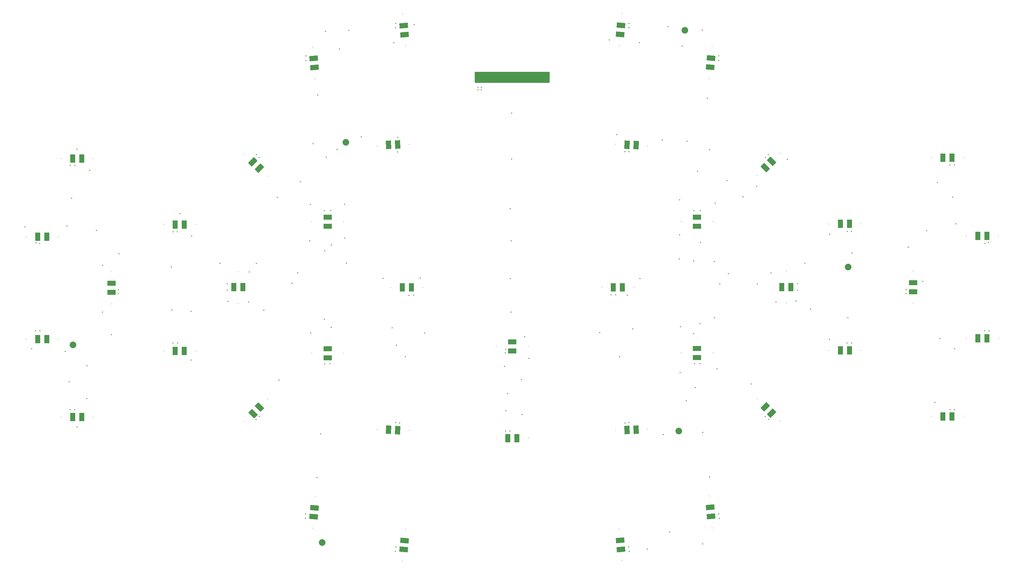
<source format=gbs>
%FSLAX25Y25*%
%MOIN*%
G70*
G01*
G75*
G04 Layer_Color=16711935*
%ADD10C,0.02000*%
%ADD11C,0.00800*%
%ADD12C,0.01200*%
%ADD13C,0.02000*%
G04:AMPARAMS|DCode=14|XSize=82.99mil|YSize=122.36mil|CornerRadius=12.45mil|HoleSize=0mil|Usage=FLASHONLY|Rotation=180.000|XOffset=0mil|YOffset=0mil|HoleType=Round|Shape=RoundedRectangle|*
%AMROUNDEDRECTD14*
21,1,0.08299,0.09746,0,0,180.0*
21,1,0.05809,0.12236,0,0,180.0*
1,1,0.02490,-0.02905,0.04873*
1,1,0.02490,0.02905,0.04873*
1,1,0.02490,0.02905,-0.04873*
1,1,0.02490,-0.02905,-0.04873*
%
%ADD14ROUNDEDRECTD14*%
%ADD15C,0.04000*%
%ADD16R,0.01378X0.13780*%
G04:AMPARAMS|DCode=17|XSize=82.99mil|YSize=122.36mil|CornerRadius=12.45mil|HoleSize=0mil|Usage=FLASHONLY|Rotation=357.760|XOffset=0mil|YOffset=0mil|HoleType=Round|Shape=RoundedRectangle|*
%AMROUNDEDRECTD17*
21,1,0.08299,0.09746,0,0,357.8*
21,1,0.05809,0.12236,0,0,357.8*
1,1,0.02490,0.02712,-0.04983*
1,1,0.02490,-0.03093,-0.04756*
1,1,0.02490,-0.02712,0.04983*
1,1,0.02490,0.03093,0.04756*
%
%ADD17ROUNDEDRECTD17*%
G04:AMPARAMS|DCode=18|XSize=82.99mil|YSize=122.36mil|CornerRadius=12.45mil|HoleSize=0mil|Usage=FLASHONLY|Rotation=264.990|XOffset=0mil|YOffset=0mil|HoleType=Round|Shape=RoundedRectangle|*
%AMROUNDEDRECTD18*
21,1,0.08299,0.09746,0,0,265.0*
21,1,0.05809,0.12236,0,0,265.0*
1,1,0.02490,-0.05108,-0.02468*
1,1,0.02490,-0.04601,0.03319*
1,1,0.02490,0.05108,0.02468*
1,1,0.02490,0.04601,-0.03319*
%
%ADD18ROUNDEDRECTD18*%
G04:AMPARAMS|DCode=19|XSize=82.99mil|YSize=122.36mil|CornerRadius=12.45mil|HoleSize=0mil|Usage=FLASHONLY|Rotation=270.000|XOffset=0mil|YOffset=0mil|HoleType=Round|Shape=RoundedRectangle|*
%AMROUNDEDRECTD19*
21,1,0.08299,0.09746,0,0,270.0*
21,1,0.05809,0.12236,0,0,270.0*
1,1,0.02490,-0.04873,-0.02905*
1,1,0.02490,-0.04873,0.02905*
1,1,0.02490,0.04873,0.02905*
1,1,0.02490,0.04873,-0.02905*
%
%ADD19ROUNDEDRECTD19*%
G04:AMPARAMS|DCode=20|XSize=82.99mil|YSize=122.36mil|CornerRadius=12.45mil|HoleSize=0mil|Usage=FLASHONLY|Rotation=265.050|XOffset=0mil|YOffset=0mil|HoleType=Round|Shape=RoundedRectangle|*
%AMROUNDEDRECTD20*
21,1,0.08299,0.09746,0,0,265.0*
21,1,0.05809,0.12236,0,0,265.0*
1,1,0.02490,-0.05106,-0.02473*
1,1,0.02490,-0.04604,0.03314*
1,1,0.02490,0.05106,0.02473*
1,1,0.02490,0.04604,-0.03314*
%
%ADD20ROUNDEDRECTD20*%
G04:AMPARAMS|DCode=21|XSize=82.99mil|YSize=122.36mil|CornerRadius=12.45mil|HoleSize=0mil|Usage=FLASHONLY|Rotation=223.860|XOffset=0mil|YOffset=0mil|HoleType=Round|Shape=RoundedRectangle|*
%AMROUNDEDRECTD21*
21,1,0.08299,0.09746,0,0,223.9*
21,1,0.05809,0.12236,0,0,223.9*
1,1,0.02490,-0.05471,0.01501*
1,1,0.02490,-0.01282,0.05526*
1,1,0.02490,0.05471,-0.01501*
1,1,0.02490,0.01282,-0.05526*
%
%ADD21ROUNDEDRECTD21*%
G04:AMPARAMS|DCode=22|XSize=82.99mil|YSize=122.36mil|CornerRadius=12.45mil|HoleSize=0mil|Usage=FLASHONLY|Rotation=136.140|XOffset=0mil|YOffset=0mil|HoleType=Round|Shape=RoundedRectangle|*
%AMROUNDEDRECTD22*
21,1,0.08299,0.09746,0,0,136.1*
21,1,0.05809,0.12236,0,0,136.1*
1,1,0.02490,0.01282,0.05526*
1,1,0.02490,0.05471,0.01501*
1,1,0.02490,-0.01282,-0.05526*
1,1,0.02490,-0.05471,-0.01501*
%
%ADD22ROUNDEDRECTD22*%
G04:AMPARAMS|DCode=23|XSize=82.99mil|YSize=122.36mil|CornerRadius=12.45mil|HoleSize=0mil|Usage=FLASHONLY|Rotation=94.950|XOffset=0mil|YOffset=0mil|HoleType=Round|Shape=RoundedRectangle|*
%AMROUNDEDRECTD23*
21,1,0.08299,0.09746,0,0,94.9*
21,1,0.05809,0.12236,0,0,94.9*
1,1,0.02490,0.04604,0.03314*
1,1,0.02490,0.05106,-0.02473*
1,1,0.02490,-0.04604,-0.03314*
1,1,0.02490,-0.05106,0.02473*
%
%ADD23ROUNDEDRECTD23*%
G04:AMPARAMS|DCode=24|XSize=82.99mil|YSize=122.36mil|CornerRadius=12.45mil|HoleSize=0mil|Usage=FLASHONLY|Rotation=95.010|XOffset=0mil|YOffset=0mil|HoleType=Round|Shape=RoundedRectangle|*
%AMROUNDEDRECTD24*
21,1,0.08299,0.09746,0,0,95.0*
21,1,0.05809,0.12236,0,0,95.0*
1,1,0.02490,0.04601,0.03319*
1,1,0.02490,0.05108,-0.02468*
1,1,0.02490,-0.04601,-0.03319*
1,1,0.02490,-0.05108,0.02468*
%
%ADD24ROUNDEDRECTD24*%
G04:AMPARAMS|DCode=25|XSize=82.99mil|YSize=122.36mil|CornerRadius=12.45mil|HoleSize=0mil|Usage=FLASHONLY|Rotation=2.240|XOffset=0mil|YOffset=0mil|HoleType=Round|Shape=RoundedRectangle|*
%AMROUNDEDRECTD25*
21,1,0.08299,0.09746,0,0,2.2*
21,1,0.05809,0.12236,0,0,2.2*
1,1,0.02490,0.03093,-0.04756*
1,1,0.02490,-0.02712,-0.04983*
1,1,0.02490,-0.03093,0.04756*
1,1,0.02490,0.02712,0.04983*
%
%ADD25ROUNDEDRECTD25*%
G04:AMPARAMS|DCode=26|XSize=82.99mil|YSize=122.36mil|CornerRadius=12.45mil|HoleSize=0mil|Usage=FLASHONLY|Rotation=46.140|XOffset=0mil|YOffset=0mil|HoleType=Round|Shape=RoundedRectangle|*
%AMROUNDEDRECTD26*
21,1,0.08299,0.09746,0,0,46.1*
21,1,0.05809,0.12236,0,0,46.1*
1,1,0.02490,0.05526,-0.01282*
1,1,0.02490,0.01501,-0.05471*
1,1,0.02490,-0.05526,0.01282*
1,1,0.02490,-0.01501,0.05471*
%
%ADD26ROUNDEDRECTD26*%
%ADD27C,0.01500*%
%ADD28C,0.01000*%
%ADD29C,0.00800*%
%ADD30C,0.01400*%
%ADD31R,0.90551X0.13780*%
G04:AMPARAMS|DCode=32|XSize=62.99mil|YSize=102.36mil|CornerRadius=2.45mil|HoleSize=0mil|Usage=FLASHONLY|Rotation=180.000|XOffset=0mil|YOffset=0mil|HoleType=Round|Shape=RoundedRectangle|*
%AMROUNDEDRECTD32*
21,1,0.06299,0.09746,0,0,180.0*
21,1,0.05809,0.10236,0,0,180.0*
1,1,0.00490,-0.02905,0.04873*
1,1,0.00490,0.02905,0.04873*
1,1,0.00490,0.02905,-0.04873*
1,1,0.00490,-0.02905,-0.04873*
%
%ADD32ROUNDEDRECTD32*%
%ADD33C,0.08000*%
G04:AMPARAMS|DCode=34|XSize=62.99mil|YSize=102.36mil|CornerRadius=2.45mil|HoleSize=0mil|Usage=FLASHONLY|Rotation=357.760|XOffset=0mil|YOffset=0mil|HoleType=Round|Shape=RoundedRectangle|*
%AMROUNDEDRECTD34*
21,1,0.06299,0.09746,0,0,357.8*
21,1,0.05809,0.10236,0,0,357.8*
1,1,0.00490,0.02712,-0.04983*
1,1,0.00490,-0.03093,-0.04756*
1,1,0.00490,-0.02712,0.04983*
1,1,0.00490,0.03093,0.04756*
%
%ADD34ROUNDEDRECTD34*%
G04:AMPARAMS|DCode=35|XSize=62.99mil|YSize=102.36mil|CornerRadius=2.45mil|HoleSize=0mil|Usage=FLASHONLY|Rotation=264.990|XOffset=0mil|YOffset=0mil|HoleType=Round|Shape=RoundedRectangle|*
%AMROUNDEDRECTD35*
21,1,0.06299,0.09746,0,0,265.0*
21,1,0.05809,0.10236,0,0,265.0*
1,1,0.00490,-0.05108,-0.02468*
1,1,0.00490,-0.04601,0.03319*
1,1,0.00490,0.05108,0.02468*
1,1,0.00490,0.04601,-0.03319*
%
%ADD35ROUNDEDRECTD35*%
G04:AMPARAMS|DCode=36|XSize=62.99mil|YSize=102.36mil|CornerRadius=2.45mil|HoleSize=0mil|Usage=FLASHONLY|Rotation=270.000|XOffset=0mil|YOffset=0mil|HoleType=Round|Shape=RoundedRectangle|*
%AMROUNDEDRECTD36*
21,1,0.06299,0.09746,0,0,270.0*
21,1,0.05809,0.10236,0,0,270.0*
1,1,0.00490,-0.04873,-0.02905*
1,1,0.00490,-0.04873,0.02905*
1,1,0.00490,0.04873,0.02905*
1,1,0.00490,0.04873,-0.02905*
%
%ADD36ROUNDEDRECTD36*%
G04:AMPARAMS|DCode=37|XSize=62.99mil|YSize=102.36mil|CornerRadius=2.45mil|HoleSize=0mil|Usage=FLASHONLY|Rotation=265.050|XOffset=0mil|YOffset=0mil|HoleType=Round|Shape=RoundedRectangle|*
%AMROUNDEDRECTD37*
21,1,0.06299,0.09746,0,0,265.0*
21,1,0.05809,0.10236,0,0,265.0*
1,1,0.00490,-0.05106,-0.02473*
1,1,0.00490,-0.04604,0.03314*
1,1,0.00490,0.05106,0.02473*
1,1,0.00490,0.04604,-0.03314*
%
%ADD37ROUNDEDRECTD37*%
G04:AMPARAMS|DCode=38|XSize=62.99mil|YSize=102.36mil|CornerRadius=2.45mil|HoleSize=0mil|Usage=FLASHONLY|Rotation=223.860|XOffset=0mil|YOffset=0mil|HoleType=Round|Shape=RoundedRectangle|*
%AMROUNDEDRECTD38*
21,1,0.06299,0.09746,0,0,223.9*
21,1,0.05809,0.10236,0,0,223.9*
1,1,0.00490,-0.05471,0.01501*
1,1,0.00490,-0.01282,0.05526*
1,1,0.00490,0.05471,-0.01501*
1,1,0.00490,0.01282,-0.05526*
%
%ADD38ROUNDEDRECTD38*%
G04:AMPARAMS|DCode=39|XSize=62.99mil|YSize=102.36mil|CornerRadius=2.45mil|HoleSize=0mil|Usage=FLASHONLY|Rotation=136.140|XOffset=0mil|YOffset=0mil|HoleType=Round|Shape=RoundedRectangle|*
%AMROUNDEDRECTD39*
21,1,0.06299,0.09746,0,0,136.1*
21,1,0.05809,0.10236,0,0,136.1*
1,1,0.00490,0.01282,0.05526*
1,1,0.00490,0.05471,0.01501*
1,1,0.00490,-0.01282,-0.05526*
1,1,0.00490,-0.05471,-0.01501*
%
%ADD39ROUNDEDRECTD39*%
G04:AMPARAMS|DCode=40|XSize=62.99mil|YSize=102.36mil|CornerRadius=2.45mil|HoleSize=0mil|Usage=FLASHONLY|Rotation=94.950|XOffset=0mil|YOffset=0mil|HoleType=Round|Shape=RoundedRectangle|*
%AMROUNDEDRECTD40*
21,1,0.06299,0.09746,0,0,94.9*
21,1,0.05809,0.10236,0,0,94.9*
1,1,0.00490,0.04604,0.03314*
1,1,0.00490,0.05106,-0.02473*
1,1,0.00490,-0.04604,-0.03314*
1,1,0.00490,-0.05106,0.02473*
%
%ADD40ROUNDEDRECTD40*%
G04:AMPARAMS|DCode=41|XSize=62.99mil|YSize=102.36mil|CornerRadius=2.45mil|HoleSize=0mil|Usage=FLASHONLY|Rotation=95.010|XOffset=0mil|YOffset=0mil|HoleType=Round|Shape=RoundedRectangle|*
%AMROUNDEDRECTD41*
21,1,0.06299,0.09746,0,0,95.0*
21,1,0.05809,0.10236,0,0,95.0*
1,1,0.00490,0.04601,0.03319*
1,1,0.00490,0.05108,-0.02468*
1,1,0.00490,-0.04601,-0.03319*
1,1,0.00490,-0.05108,0.02468*
%
%ADD41ROUNDEDRECTD41*%
G04:AMPARAMS|DCode=42|XSize=62.99mil|YSize=102.36mil|CornerRadius=2.45mil|HoleSize=0mil|Usage=FLASHONLY|Rotation=2.240|XOffset=0mil|YOffset=0mil|HoleType=Round|Shape=RoundedRectangle|*
%AMROUNDEDRECTD42*
21,1,0.06299,0.09746,0,0,2.2*
21,1,0.05809,0.10236,0,0,2.2*
1,1,0.00490,0.03093,-0.04756*
1,1,0.00490,-0.02712,-0.04983*
1,1,0.00490,-0.03093,0.04756*
1,1,0.00490,0.02712,0.04983*
%
%ADD42ROUNDEDRECTD42*%
G04:AMPARAMS|DCode=43|XSize=62.99mil|YSize=102.36mil|CornerRadius=2.45mil|HoleSize=0mil|Usage=FLASHONLY|Rotation=46.140|XOffset=0mil|YOffset=0mil|HoleType=Round|Shape=RoundedRectangle|*
%AMROUNDEDRECTD43*
21,1,0.06299,0.09746,0,0,46.1*
21,1,0.05809,0.10236,0,0,46.1*
1,1,0.00490,0.05526,-0.01282*
1,1,0.00490,0.01501,-0.05471*
1,1,0.00490,-0.05526,0.01282*
1,1,0.00490,-0.01501,0.05471*
%
%ADD43ROUNDEDRECTD43*%
D16*
X43299Y325866D02*
D03*
X41331D02*
D03*
X39362D02*
D03*
X37394D02*
D03*
X35425D02*
D03*
X33457D02*
D03*
X31488D02*
D03*
X29520D02*
D03*
X27551D02*
D03*
X25583D02*
D03*
X23614D02*
D03*
X21646D02*
D03*
X19677D02*
D03*
X17709D02*
D03*
X15740D02*
D03*
X13772D02*
D03*
X11803D02*
D03*
X9835D02*
D03*
X7866D02*
D03*
X5898D02*
D03*
X3929D02*
D03*
X1961D02*
D03*
X-8D02*
D03*
X-1976D02*
D03*
X-3945D02*
D03*
X-5913D02*
D03*
X-7882D02*
D03*
X-9850D02*
D03*
X-11819D02*
D03*
X-13787D02*
D03*
X-15756D02*
D03*
X-17724D02*
D03*
X-19693D02*
D03*
X-21661D02*
D03*
X-23630D02*
D03*
X-25598D02*
D03*
X-27567D02*
D03*
X-29535D02*
D03*
X-31504D02*
D03*
X-33472D02*
D03*
X-35441D02*
D03*
X-37409D02*
D03*
X-39378D02*
D03*
X-41346D02*
D03*
X-43315D02*
D03*
D29*
X19424Y-111161D02*
D03*
X-19425Y-111193D02*
D03*
X507343Y-84540D02*
D03*
X546193Y-84507D02*
D03*
X588445Y10062D02*
D03*
X549595Y10030D02*
D03*
X485021Y91386D02*
D03*
Y52556D02*
D03*
X549595Y134019D02*
D03*
X507343Y228519D02*
D03*
X383110Y148475D02*
D03*
X129427Y364145D02*
D03*
X238417Y324476D02*
D03*
X163798Y243373D02*
D03*
X296033Y206874D02*
D03*
X242897Y151313D02*
D03*
X331732Y91258D02*
D03*
X421959Y-4670D02*
D03*
X383110Y-4702D02*
D03*
X331732Y52429D02*
D03*
X204047Y-7806D02*
D03*
X242897Y-7774D02*
D03*
X296033Y-63247D02*
D03*
X324025Y-90148D02*
D03*
X132816Y-259474D02*
D03*
X129427Y-220795D02*
D03*
X241805Y-219623D02*
D03*
X238417Y-180945D02*
D03*
X163798Y-99966D02*
D03*
X124979Y-101515D02*
D03*
X108218Y71657D02*
D03*
X19424Y16D02*
D03*
X-19425Y-16D02*
D03*
X-108218Y71477D02*
D03*
X-147067Y71445D02*
D03*
X-129428Y-221011D02*
D03*
X-238417Y-181342D02*
D03*
X-163798Y-100238D02*
D03*
X-296033Y-63740D02*
D03*
X-242897Y-8178D02*
D03*
X-421959Y-5372D02*
D03*
X-546193Y-85417D02*
D03*
X-331732Y90706D02*
D03*
Y51876D02*
D03*
X-549595Y9115D02*
D03*
X-485021Y90578D02*
D03*
Y51749D02*
D03*
X-588445Y133072D02*
D03*
X-549595Y133104D02*
D03*
X-546193Y227642D02*
D03*
X-507343Y227674D02*
D03*
X-421959Y147805D02*
D03*
X-383110Y147837D02*
D03*
X-242897Y150908D02*
D03*
X-204048Y150941D02*
D03*
X-296033Y206382D02*
D03*
X-324025Y233283D02*
D03*
X-163798Y243100D02*
D03*
X-124979Y244650D02*
D03*
X-241805Y362758D02*
D03*
X-238417Y324079D02*
D03*
X-129428Y363930D02*
D03*
X-132816Y402608D02*
D03*
X-588445Y9083D02*
D03*
X-507343Y-85384D02*
D03*
X-383110Y-5340D02*
D03*
X-204048Y-8146D02*
D03*
X-324025Y-90688D02*
D03*
X-124979Y-101723D02*
D03*
X-241805Y-220026D02*
D03*
X-132816Y-259695D02*
D03*
X147067Y71690D02*
D03*
X204047Y151280D02*
D03*
X324025Y233822D02*
D03*
X124979Y244858D02*
D03*
X241805Y363160D02*
D03*
X132816Y402829D02*
D03*
X421959Y148507D02*
D03*
X546193Y228551D02*
D03*
X588445Y134051D02*
D03*
D30*
X219587Y103642D02*
D03*
X227756Y126083D02*
D03*
X139272Y62402D02*
D03*
X105709Y16831D02*
D03*
X14764Y11909D02*
D03*
X-218996Y123031D02*
D03*
X-227264Y116142D02*
D03*
X-227362Y33071D02*
D03*
X-219094Y23425D02*
D03*
X-145374Y22736D02*
D03*
X-886Y282804D02*
D03*
Y226870D02*
D03*
X-2559Y166929D02*
D03*
X-1575Y127854D02*
D03*
X-2559Y82480D02*
D03*
X-1575Y41775D02*
D03*
X-106201Y16437D02*
D03*
X-526968Y239071D02*
D03*
X-511516Y213287D02*
D03*
X-533563Y179626D02*
D03*
X-476181Y112402D02*
D03*
X-503346Y140748D02*
D03*
X-589961Y144882D02*
D03*
X-539264Y146063D02*
D03*
X-495768Y98425D02*
D03*
X-496311Y41535D02*
D03*
X-581791Y-2756D02*
D03*
X-541142Y-6102D02*
D03*
X-536417Y-42809D02*
D03*
X-526870Y-97441D02*
D03*
X-515158Y-62992D02*
D03*
X-514862Y-23425D02*
D03*
X-300787Y44002D02*
D03*
X-282579Y-40551D02*
D03*
X-244193Y16339D02*
D03*
X-485138Y14370D02*
D03*
X-412303Y44390D02*
D03*
X-388779Y-16437D02*
D03*
Y42618D02*
D03*
X-344193Y54724D02*
D03*
X-319291Y54134D02*
D03*
X-266831Y76575D02*
D03*
X-259842Y89468D02*
D03*
X-318406Y90256D02*
D03*
X-412894Y96457D02*
D03*
X-402165Y160925D02*
D03*
X-388189Y133957D02*
D03*
X-353740Y100689D02*
D03*
X-309744D02*
D03*
X-245276Y128150D02*
D03*
X-244488Y171850D02*
D03*
X-284547Y180807D02*
D03*
X-241043Y245768D02*
D03*
X-256496Y199606D02*
D03*
X-118898Y389862D02*
D03*
X-197933Y383071D02*
D03*
X-226279Y381693D02*
D03*
X-209154Y360433D02*
D03*
X-143602Y367913D02*
D03*
X-225098Y229232D02*
D03*
X-235531Y304626D02*
D03*
X-212205Y238779D02*
D03*
X-182776Y253937D02*
D03*
X-203248Y172343D02*
D03*
X-202953Y131201D02*
D03*
X-200984Y100984D02*
D03*
X-156496Y82776D02*
D03*
X-111319Y82972D02*
D03*
X145866Y21358D02*
D03*
X129921Y-12303D02*
D03*
X154528Y82480D02*
D03*
X332776Y226772D02*
D03*
X238878Y238484D02*
D03*
X259842Y200984D02*
D03*
X224311Y212205D02*
D03*
X236024Y300689D02*
D03*
X229823Y383405D02*
D03*
X188467Y387303D02*
D03*
X117520Y371358D02*
D03*
X153937Y367913D02*
D03*
X205512Y364075D02*
D03*
X126476Y256693D02*
D03*
X181398Y250000D02*
D03*
X211417Y248622D02*
D03*
X202365Y177756D02*
D03*
X202461Y135425D02*
D03*
X202165Y106004D02*
D03*
X319291Y54134D02*
D03*
X343406Y55020D02*
D03*
X251181Y75984D02*
D03*
X296555Y75492D02*
D03*
X261614Y88287D02*
D03*
X313090Y88878D02*
D03*
X361115Y45177D02*
D03*
X411221Y113287D02*
D03*
X295768Y193996D02*
D03*
X279232Y181398D02*
D03*
X245571Y173819D02*
D03*
X244488Y103150D02*
D03*
X354035Y100984D02*
D03*
X384252Y135925D02*
D03*
X496949Y78839D02*
D03*
X532776Y181102D02*
D03*
X537008Y148819D02*
D03*
X514645Y198721D02*
D03*
X501673Y140453D02*
D03*
X479232Y120276D02*
D03*
X383996Y8661D02*
D03*
X406299Y35039D02*
D03*
X517520Y9646D02*
D03*
X535433Y-2756D02*
D03*
X511516Y-67716D02*
D03*
X210531Y-65808D02*
D03*
X221358Y-49705D02*
D03*
X203248Y-31299D02*
D03*
X203543Y23917D02*
D03*
X219587Y15748D02*
D03*
X227067Y27559D02*
D03*
X244488Y35138D02*
D03*
X247835Y-26870D02*
D03*
X289075Y-45276D02*
D03*
X182874Y-106693D02*
D03*
X230512Y-239173D02*
D03*
X163484Y-245374D02*
D03*
X190453Y-224606D02*
D03*
X238878Y-157972D02*
D03*
X230512Y-104134D02*
D03*
X-9350Y-24016D02*
D03*
X-5709Y-57087D02*
D03*
X-7972Y-77837D02*
D03*
X11909Y-82284D02*
D03*
X11319Y-39961D02*
D03*
X20079Y-14469D02*
D03*
X-140551Y1575D02*
D03*
X-129331Y-12205D02*
D03*
X-231988Y-105709D02*
D03*
X-236319Y-158661D02*
D03*
X-41331Y311043D02*
D03*
X-37394D02*
D03*
X-41339Y313890D02*
D03*
X-37402D02*
D03*
X-227264Y-20903D02*
D03*
X-310039Y-88238D02*
D03*
X-306102Y-84744D02*
D03*
X-125098Y62094D02*
D03*
X-309744Y232382D02*
D03*
X-306398Y229035D02*
D03*
X-227362Y164665D02*
D03*
X-219783Y164665D02*
D03*
X-138878Y235531D02*
D03*
X-138882Y253351D02*
D03*
X-249803Y346457D02*
D03*
X-141141Y386024D02*
D03*
X-141141Y391240D02*
D03*
X-572047Y124606D02*
D03*
X-535138Y219305D02*
D03*
X-529626Y219483D02*
D03*
X-576575Y125501D02*
D03*
X136221Y235925D02*
D03*
X141339Y235827D02*
D03*
X-249803Y351969D02*
D03*
X-220669Y-20571D02*
D03*
X-250394Y-208169D02*
D03*
X-250000Y-202658D02*
D03*
X-141535Y-247933D02*
D03*
X-140748Y-242717D02*
D03*
X-141142Y-92126D02*
D03*
X-136417Y-92618D02*
D03*
X-410925Y4331D02*
D03*
X-405118Y4232D02*
D03*
X-410630Y138966D02*
D03*
X-405413Y138976D02*
D03*
X-119587Y62250D02*
D03*
X-577264Y18996D02*
D03*
X-571752Y18898D02*
D03*
X-345079Y75886D02*
D03*
Y68209D02*
D03*
X-476772Y68701D02*
D03*
X-476673Y64173D02*
D03*
X-535138Y-76476D02*
D03*
X-529724D02*
D03*
X-8071Y-102461D02*
D03*
X-2756Y-102362D02*
D03*
X-8366Y-7776D02*
D03*
X-8268Y-3445D02*
D03*
X310039Y-88287D02*
D03*
X306102Y-84744D02*
D03*
X529724Y-76476D02*
D03*
X535138D02*
D03*
X476673Y64173D02*
D03*
X476772Y68701D02*
D03*
X345079Y68209D02*
D03*
Y75886D02*
D03*
X571752Y18898D02*
D03*
X577264Y18996D02*
D03*
X529626Y220079D02*
D03*
X535138Y219980D02*
D03*
X572047Y125098D02*
D03*
X576575Y125886D02*
D03*
X306398Y229035D02*
D03*
X309744Y232382D02*
D03*
X119587Y62697D02*
D03*
X125098D02*
D03*
X405413Y139370D02*
D03*
X410630Y139469D02*
D03*
X405118Y4232D02*
D03*
X410925Y4331D02*
D03*
X136417Y-92618D02*
D03*
X141142Y-92126D02*
D03*
X140748Y-242717D02*
D03*
X141535Y-247933D02*
D03*
X250000Y-202658D02*
D03*
X250394Y-208169D02*
D03*
X220669Y-20571D02*
D03*
X227264Y-20669D02*
D03*
X219783Y164665D02*
D03*
X227362D02*
D03*
X249803Y346457D02*
D03*
Y351969D02*
D03*
X141142Y386024D02*
D03*
X141142Y391240D02*
D03*
D31*
X-8Y325866D02*
D03*
D32*
X-133153Y71673D02*
D03*
X-122130D02*
D03*
X133153D02*
D03*
X122130D02*
D03*
X397024Y148492D02*
D03*
X408047D02*
D03*
X521256Y228535D02*
D03*
X532279D02*
D03*
X563508Y134035D02*
D03*
X574532D02*
D03*
X326220Y71842D02*
D03*
X337244D02*
D03*
X563508Y10047D02*
D03*
X574532D02*
D03*
X521256Y-84524D02*
D03*
X532279D02*
D03*
X397024Y-4685D02*
D03*
X408047D02*
D03*
X5512Y-111177D02*
D03*
X-5512D02*
D03*
X-397024Y-5354D02*
D03*
X-408047D02*
D03*
X-521256Y-85402D02*
D03*
X-532279D02*
D03*
X-563508Y9098D02*
D03*
X-574532D02*
D03*
X-326220Y71842D02*
D03*
X-337244D02*
D03*
X-563508Y133087D02*
D03*
X-574532D02*
D03*
X-521256Y227658D02*
D03*
X-532279D02*
D03*
X-397024Y147819D02*
D03*
X-408047D02*
D03*
D33*
X-230315Y-237205D02*
D03*
X208770Y382972D02*
D03*
X406496Y96215D02*
D03*
X201575Y-102264D02*
D03*
X-201378Y247441D02*
D03*
X-531693Y1969D02*
D03*
D34*
X149897Y243899D02*
D03*
X138882Y244330D02*
D03*
X-149897Y-100765D02*
D03*
X-138882Y-101196D02*
D03*
D35*
X130641Y377997D02*
D03*
X131603Y388979D02*
D03*
X-130641Y-234864D02*
D03*
X-131603Y-245845D02*
D03*
X-239635Y-195194D02*
D03*
X-240586Y-206176D02*
D03*
D36*
X223472Y145783D02*
D03*
Y156807D02*
D03*
X485020Y77484D02*
D03*
Y66461D02*
D03*
X223472Y-2279D02*
D03*
Y-13303D02*
D03*
X0Y5512D02*
D03*
Y-5512D02*
D03*
X-223472Y-2650D02*
D03*
Y-13673D02*
D03*
X-485020Y76677D02*
D03*
Y65654D02*
D03*
X-223472Y145783D02*
D03*
Y156807D02*
D03*
D37*
X239635Y338328D02*
D03*
X240586Y349310D02*
D03*
D38*
X306053Y216527D02*
D03*
X314002Y224166D02*
D03*
D39*
X306053Y-72878D02*
D03*
X314002Y-80516D02*
D03*
X-306053Y216012D02*
D03*
X-314002Y223650D02*
D03*
D40*
X239635Y-194792D02*
D03*
X240586Y-205775D02*
D03*
X-239635Y337926D02*
D03*
X-240586Y348909D02*
D03*
X-130641Y377777D02*
D03*
X-131603Y388758D02*
D03*
D41*
X130641Y-234643D02*
D03*
X131603Y-245625D02*
D03*
D42*
X149897Y-100525D02*
D03*
X138882Y-100956D02*
D03*
X-149897Y244174D02*
D03*
X-138882Y244605D02*
D03*
D43*
X-306208Y-73238D02*
D03*
X-313847Y-81187D02*
D03*
M02*

</source>
